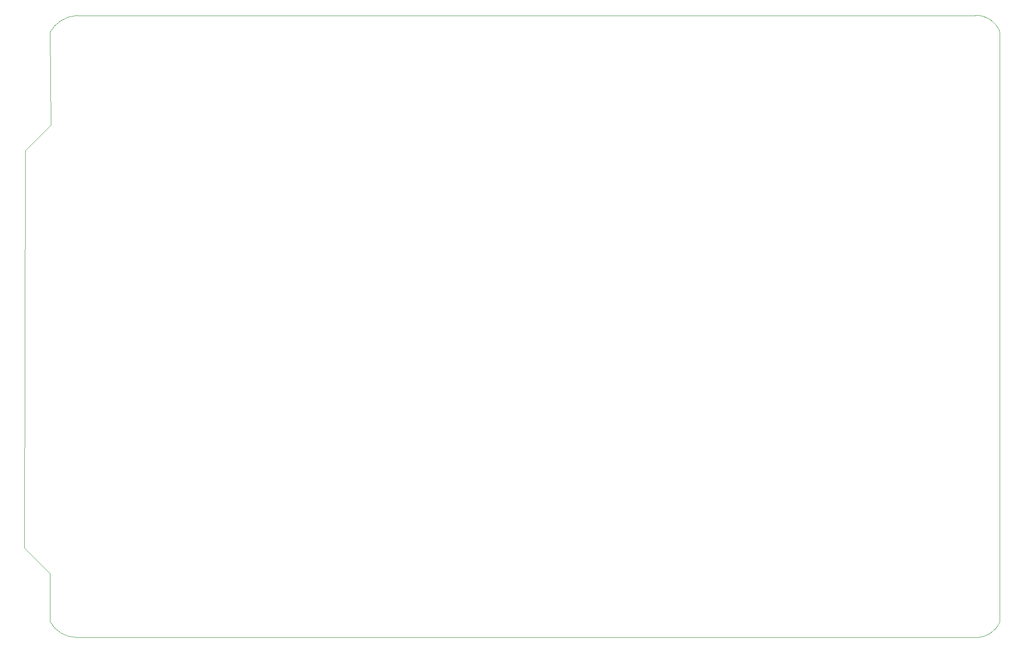
<source format=gbr>
%TF.GenerationSoftware,Altium Limited,Altium Designer,20.2.5 (213)*%
G04 Layer_Color=0*
%FSLAX26Y26*%
%MOIN*%
%TF.SameCoordinates,9BAFD9CD-774C-4051-972E-F2DD54F50950*%
%TF.FilePolarity,Positive*%
%TF.FileFunction,Profile,NP*%
%TF.Part,Single*%
G01*
G75*
%TA.AperFunction,Profile*%
%ADD77C,0.001000*%
D77*
X399402Y1370684D02*
X404500Y4419784D01*
X601350Y4616634D01*
X596252Y5332008D01*
X596252Y5332009D01*
D02*
G02*
X803345Y5458752I221810J-129866D01*
G01*
X803346Y5458752D01*
X7693110D01*
X7693111Y5458749D01*
D02*
G02*
X7879718Y5332007I9317J-187027D01*
G01*
Y804448D01*
X7879714Y804451D01*
D02*
G02*
X7687133Y683967I-176676J68247D01*
G01*
X7687134Y683964D01*
X797370D01*
X797368Y683961D01*
D02*
G02*
X596249Y804447I1352J230357D01*
G01*
X596252Y804448D01*
Y1173834D01*
X399402Y1370684D01*
%TF.MD5,eaa51f5e1a7e21a01bea4e89a040c10d*%
M02*

</source>
